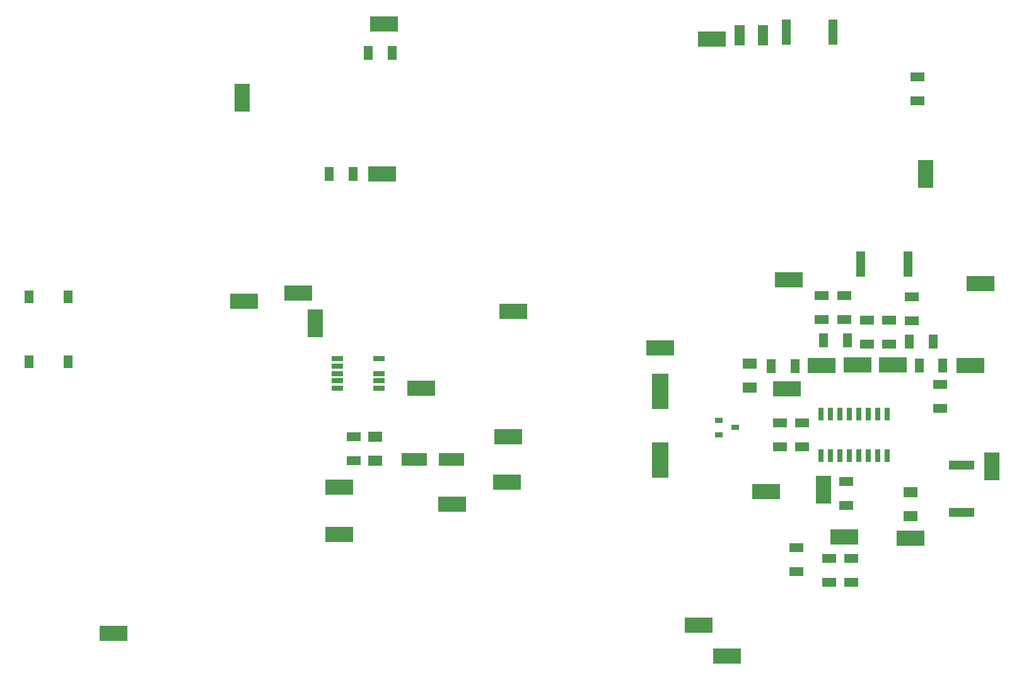
<source format=gtp>
G04*
G04 #@! TF.GenerationSoftware,Altium Limited,Altium Designer,18.1.7 (191)*
G04*
G04 Layer_Color=8421504*
%FSLAX25Y25*%
%MOIN*%
G70*
G01*
G75*
%ADD24R,0.14961X0.07992*%
%ADD25R,0.05315X0.11024*%
%ADD26R,0.05118X0.13780*%
%ADD27R,0.07284X0.04921*%
%ADD28R,0.07992X0.14961*%
%ADD29R,0.04921X0.07284*%
%ADD30R,0.07480X0.05315*%
%ADD31R,0.03937X0.02559*%
%ADD32R,0.02559X0.06890*%
%ADD33R,0.13780X0.05118*%
%ADD34R,0.09055X0.19095*%
%ADD35R,0.13583X0.07087*%
%ADD36R,0.06496X0.02559*%
%ADD37R,0.05118X0.06693*%
D24*
X162505Y221256D02*
D03*
X410000Y360000D02*
D03*
X552000Y230500D02*
D03*
X450500Y232500D02*
D03*
X546500Y187436D02*
D03*
X505500Y187500D02*
D03*
X487000Y187500D02*
D03*
X468000Y187436D02*
D03*
X449500Y175000D02*
D03*
X515000Y96000D02*
D03*
X438500Y120500D02*
D03*
X479807Y96500D02*
D03*
X93500Y45500D02*
D03*
X236500Y368000D02*
D03*
X235500Y288500D02*
D03*
X382500Y196500D02*
D03*
X304858Y215956D02*
D03*
X302359Y149500D02*
D03*
X212859Y98094D02*
D03*
X272500Y114000D02*
D03*
X301500Y125500D02*
D03*
X212844Y123094D02*
D03*
X191078Y225500D02*
D03*
X256209Y175221D02*
D03*
X402776Y50000D02*
D03*
X418000Y33500D02*
D03*
D25*
X424402Y362000D02*
D03*
X437000D02*
D03*
D26*
X473902Y363500D02*
D03*
X449098D02*
D03*
X513402Y241000D02*
D03*
X488598D02*
D03*
D27*
X518500Y327201D02*
D03*
Y339799D02*
D03*
X468000Y211701D02*
D03*
Y224299D02*
D03*
X479807Y211701D02*
D03*
Y224299D02*
D03*
X492000Y198701D02*
D03*
Y211299D02*
D03*
X503500Y198701D02*
D03*
Y211299D02*
D03*
X515500Y211000D02*
D03*
Y223598D02*
D03*
X530500Y177299D02*
D03*
Y164701D02*
D03*
X457500Y156799D02*
D03*
Y144201D02*
D03*
X481000Y125799D02*
D03*
Y113201D02*
D03*
X454500Y78201D02*
D03*
Y90799D02*
D03*
X471858Y72701D02*
D03*
Y85299D02*
D03*
X483500Y72701D02*
D03*
Y85299D02*
D03*
X220500Y136980D02*
D03*
Y149579D02*
D03*
X446000Y156799D02*
D03*
Y144201D02*
D03*
D28*
X522862Y288500D02*
D03*
X558000Y134000D02*
D03*
X468901Y121500D02*
D03*
X161500Y329000D02*
D03*
X200358Y209595D02*
D03*
D29*
X514201Y200000D02*
D03*
X526799D02*
D03*
X519402Y187437D02*
D03*
X532000D02*
D03*
X453799Y187000D02*
D03*
X441201D02*
D03*
X240799Y352500D02*
D03*
X228201D02*
D03*
X207701Y288500D02*
D03*
X220299D02*
D03*
X481500Y200500D02*
D03*
X468902D02*
D03*
D30*
X430000Y175701D02*
D03*
Y188299D02*
D03*
X515000Y120295D02*
D03*
Y107696D02*
D03*
X232000Y149579D02*
D03*
Y136980D02*
D03*
D31*
X422331Y154500D02*
D03*
X413669Y150760D02*
D03*
Y158240D02*
D03*
D32*
X502500Y161524D02*
D03*
X497500D02*
D03*
X492500D02*
D03*
X487500D02*
D03*
X482500D02*
D03*
X477500D02*
D03*
X472500D02*
D03*
X467500D02*
D03*
X502500Y139476D02*
D03*
X497500D02*
D03*
X492500D02*
D03*
X487500D02*
D03*
X482500D02*
D03*
X477500D02*
D03*
X472500D02*
D03*
X467500D02*
D03*
D33*
X542000Y134544D02*
D03*
Y109740D02*
D03*
D34*
X382500Y137390D02*
D03*
Y173610D02*
D03*
D35*
X272342Y137500D02*
D03*
X252658D02*
D03*
D36*
X211736Y190969D02*
D03*
Y187031D02*
D03*
Y183095D02*
D03*
Y179157D02*
D03*
Y175221D02*
D03*
X233981Y190969D02*
D03*
Y183095D02*
D03*
Y179157D02*
D03*
Y175221D02*
D03*
D37*
X69488Y189295D02*
D03*
X49016D02*
D03*
X69488Y223705D02*
D03*
X49016D02*
D03*
M02*

</source>
